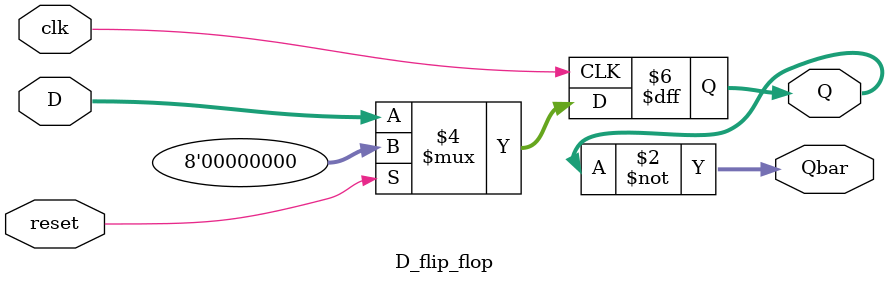
<source format=sv>
module D_flip_flop(input wire [7:0]D,
                   input wire clk,
                   input wire reset,
                   output reg[7:0] Q,
                   output wire[7:0] Qbar
                   );
  always @ (posedge clk)
    begin
      if(reset)
        Q<=1'b0;
      else begin
        Q<=D;
      end    
    end
  assign Qbar = ~Q;
endmodule
</source>
